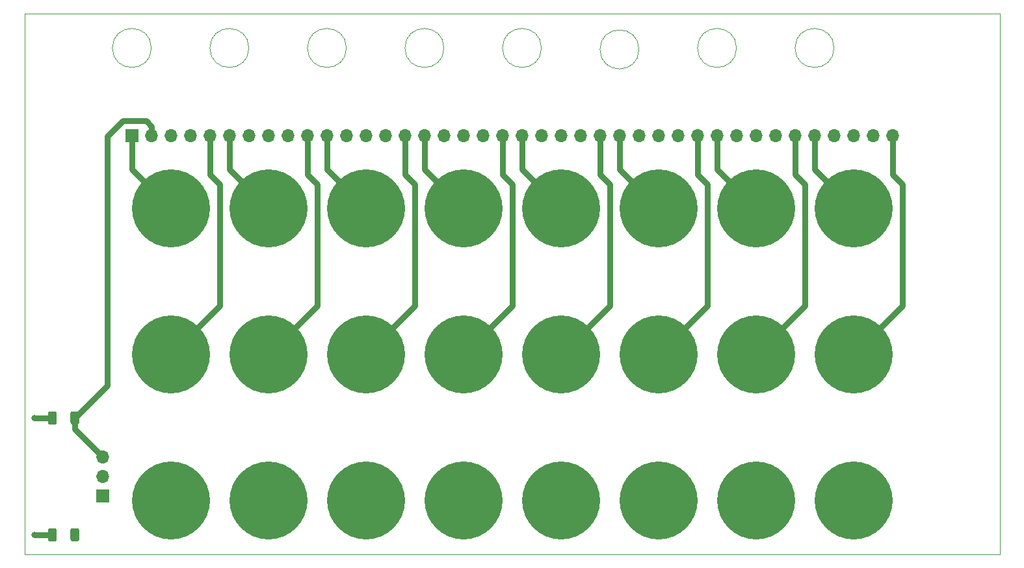
<source format=gbr>
G04 #@! TF.GenerationSoftware,KiCad,Pcbnew,5.1.8+dfsg1-1+b1*
G04 #@! TF.CreationDate,2021-07-07T17:01:25-05:00*
G04 #@! TF.ProjectId,front-panel,66726f6e-742d-4706-916e-656c2e6b6963,B*
G04 #@! TF.SameCoordinates,Original*
G04 #@! TF.FileFunction,Copper,L2,Bot*
G04 #@! TF.FilePolarity,Positive*
%FSLAX46Y46*%
G04 Gerber Fmt 4.6, Leading zero omitted, Abs format (unit mm)*
G04 Created by KiCad (PCBNEW 5.1.8+dfsg1-1+b1) date 2021-07-07 17:01:25*
%MOMM*%
%LPD*%
G01*
G04 APERTURE LIST*
G04 #@! TA.AperFunction,Profile*
%ADD10C,0.050000*%
G04 #@! TD*
G04 #@! TA.AperFunction,ComponentPad*
%ADD11O,1.700000X1.700000*%
G04 #@! TD*
G04 #@! TA.AperFunction,ComponentPad*
%ADD12R,1.700000X1.700000*%
G04 #@! TD*
G04 #@! TA.AperFunction,ComponentPad*
%ADD13C,10.160000*%
G04 #@! TD*
G04 #@! TA.AperFunction,ViaPad*
%ADD14C,0.800000*%
G04 #@! TD*
G04 #@! TA.AperFunction,Conductor*
%ADD15C,0.762000*%
G04 #@! TD*
G04 APERTURE END LIST*
D10*
X177800000Y-60325000D02*
X177800000Y-130810000D01*
X50800000Y-60325000D02*
X50800000Y-130810000D01*
X50800000Y-130810000D02*
X177800000Y-130810000D01*
X92710000Y-64770000D02*
G75*
G03*
X92710000Y-64770000I-2540000J0D01*
G01*
X156210000Y-64770000D02*
G75*
G03*
X156210000Y-64770000I-2540000J0D01*
G01*
X143510000Y-64770000D02*
G75*
G03*
X143510000Y-64770000I-2540000J0D01*
G01*
X130810000Y-64960500D02*
G75*
G03*
X130810000Y-64960500I-2540000J0D01*
G01*
X118110000Y-64770000D02*
G75*
G03*
X118110000Y-64770000I-2540000J0D01*
G01*
X105410000Y-64770000D02*
G75*
G03*
X105410000Y-64770000I-2540000J0D01*
G01*
X80010000Y-64770000D02*
G75*
G03*
X80010000Y-64770000I-2540000J0D01*
G01*
X67310000Y-64770000D02*
G75*
G03*
X67310000Y-64770000I-2540000J0D01*
G01*
X177800000Y-60325000D02*
X50800000Y-60325000D01*
D11*
X60960000Y-118110000D03*
X60960000Y-120650000D03*
D12*
X60960000Y-123190000D03*
G04 #@! TA.AperFunction,SMDPad,CuDef*
G36*
G01*
X54980000Y-127644997D02*
X54980000Y-128895003D01*
G75*
G02*
X54730003Y-129145000I-249997J0D01*
G01*
X54104997Y-129145000D01*
G75*
G02*
X53855000Y-128895003I0J249997D01*
G01*
X53855000Y-127644997D01*
G75*
G02*
X54104997Y-127395000I249997J0D01*
G01*
X54730003Y-127395000D01*
G75*
G02*
X54980000Y-127644997I0J-249997D01*
G01*
G37*
G04 #@! TD.AperFunction*
G04 #@! TA.AperFunction,SMDPad,CuDef*
G36*
G01*
X57905000Y-127644997D02*
X57905000Y-128895003D01*
G75*
G02*
X57655003Y-129145000I-249997J0D01*
G01*
X57029997Y-129145000D01*
G75*
G02*
X56780000Y-128895003I0J249997D01*
G01*
X56780000Y-127644997D01*
G75*
G02*
X57029997Y-127395000I249997J0D01*
G01*
X57655003Y-127395000D01*
G75*
G02*
X57905000Y-127644997I0J-249997D01*
G01*
G37*
G04 #@! TD.AperFunction*
G04 #@! TA.AperFunction,SMDPad,CuDef*
G36*
G01*
X54980000Y-112404997D02*
X54980000Y-113655003D01*
G75*
G02*
X54730003Y-113905000I-249997J0D01*
G01*
X54104997Y-113905000D01*
G75*
G02*
X53855000Y-113655003I0J249997D01*
G01*
X53855000Y-112404997D01*
G75*
G02*
X54104997Y-112155000I249997J0D01*
G01*
X54730003Y-112155000D01*
G75*
G02*
X54980000Y-112404997I0J-249997D01*
G01*
G37*
G04 #@! TD.AperFunction*
G04 #@! TA.AperFunction,SMDPad,CuDef*
G36*
G01*
X57905000Y-112404997D02*
X57905000Y-113655003D01*
G75*
G02*
X57655003Y-113905000I-249997J0D01*
G01*
X57029997Y-113905000D01*
G75*
G02*
X56780000Y-113655003I0J249997D01*
G01*
X56780000Y-112404997D01*
G75*
G02*
X57029997Y-112155000I249997J0D01*
G01*
X57655003Y-112155000D01*
G75*
G02*
X57905000Y-112404997I0J-249997D01*
G01*
G37*
G04 #@! TD.AperFunction*
D13*
X158750000Y-123825000D03*
X146050000Y-123825000D03*
X133350000Y-123825000D03*
X120650000Y-123825000D03*
X107950000Y-123825000D03*
X95250000Y-123825000D03*
X82550000Y-123825000D03*
X69850000Y-123825000D03*
X133350000Y-104775000D03*
X158750000Y-85725000D03*
X133350000Y-85725000D03*
X107950000Y-85725000D03*
X82550000Y-85725000D03*
X146050000Y-85725000D03*
X120650000Y-85725000D03*
X95250000Y-85725000D03*
X69850000Y-85725000D03*
X158750000Y-104775000D03*
X107950000Y-104775000D03*
X82550000Y-104775000D03*
X146050000Y-104775000D03*
X120650000Y-104775000D03*
X95250000Y-104775000D03*
X69850000Y-104775000D03*
D11*
X163830000Y-76200000D03*
X161290000Y-76200000D03*
X158750000Y-76200000D03*
X156210000Y-76200000D03*
X153670000Y-76200000D03*
X151130000Y-76200000D03*
X148590000Y-76200000D03*
X146050000Y-76200000D03*
X143510000Y-76200000D03*
X140970000Y-76200000D03*
X138430000Y-76200000D03*
X135890000Y-76200000D03*
X133350000Y-76200000D03*
X130810000Y-76200000D03*
X128270000Y-76200000D03*
X125730000Y-76200000D03*
X123190000Y-76200000D03*
X120650000Y-76200000D03*
X118110000Y-76200000D03*
X115570000Y-76200000D03*
X113030000Y-76200000D03*
X110490000Y-76200000D03*
X107950000Y-76200000D03*
X105410000Y-76200000D03*
X102870000Y-76200000D03*
X100330000Y-76200000D03*
X97790000Y-76200000D03*
X95250000Y-76200000D03*
X92710000Y-76200000D03*
X90170000Y-76200000D03*
X87630000Y-76200000D03*
X85090000Y-76200000D03*
X82550000Y-76200000D03*
X80010000Y-76200000D03*
X77470000Y-76200000D03*
X74930000Y-76200000D03*
X72390000Y-76200000D03*
X69850000Y-76200000D03*
X67310000Y-76200000D03*
D12*
X64770000Y-76200000D03*
D14*
X52070000Y-113030000D03*
X52070000Y-128270000D03*
D15*
X163830000Y-76200000D02*
X163830000Y-81280000D01*
X163830000Y-81280000D02*
X165100000Y-82550000D01*
X165100000Y-98425000D02*
X158750000Y-104775000D01*
X165100000Y-98425000D02*
X165100000Y-82550000D01*
X57342500Y-114492500D02*
X60960000Y-118110000D01*
X57342500Y-113030000D02*
X57342500Y-114492500D01*
X57342500Y-113030000D02*
X61595000Y-108777500D01*
X61595000Y-76303398D02*
X63603398Y-74295000D01*
X61595000Y-108777500D02*
X61595000Y-76303398D01*
X67310000Y-74997919D02*
X67310000Y-76200000D01*
X66607081Y-74295000D02*
X67310000Y-74997919D01*
X63603398Y-74295000D02*
X66607081Y-74295000D01*
X153670001Y-80645001D02*
X158750000Y-85725000D01*
X153670000Y-76200000D02*
X153670001Y-80645001D01*
X152400000Y-98425000D02*
X146050000Y-104775000D01*
X151130000Y-76200000D02*
X151130000Y-81280000D01*
X151130000Y-81280000D02*
X152400000Y-82550000D01*
X152400000Y-82550000D02*
X152400000Y-98425000D01*
X140970001Y-80645001D02*
X146050000Y-85725000D01*
X140970000Y-76200000D02*
X140970001Y-80645001D01*
X128270001Y-80645001D02*
X133350000Y-85725000D01*
X128270000Y-76200000D02*
X128270001Y-80645001D01*
X127000000Y-98425000D02*
X120650000Y-104775000D01*
X125730000Y-76200000D02*
X125730000Y-81280000D01*
X125730000Y-81280000D02*
X127000000Y-82550000D01*
X127000000Y-82550000D02*
X127000000Y-98425000D01*
X115570001Y-80645001D02*
X120650000Y-85725000D01*
X115570001Y-76199999D02*
X115570001Y-80645001D01*
X115570000Y-76200000D02*
X115570001Y-76199999D01*
X114300000Y-98425000D02*
X107950000Y-104775000D01*
X113030000Y-76200000D02*
X113030000Y-81280000D01*
X113030000Y-81280000D02*
X114300000Y-82550000D01*
X114300000Y-82550000D02*
X114300000Y-98425000D01*
X102870001Y-80645001D02*
X107950000Y-85725000D01*
X102870000Y-76200000D02*
X102870001Y-80645001D01*
X101600000Y-98425000D02*
X95250000Y-104775000D01*
X100330000Y-76200000D02*
X100330000Y-81280000D01*
X100330000Y-81280000D02*
X101600000Y-82550000D01*
X101600000Y-82550000D02*
X101600000Y-98425000D01*
X90170001Y-80645001D02*
X95250000Y-85725000D01*
X90170000Y-76200000D02*
X90170001Y-80645001D01*
X88900000Y-98425000D02*
X82550000Y-104775000D01*
X87630000Y-76200000D02*
X87630000Y-81280000D01*
X87630000Y-81280000D02*
X88900000Y-82550000D01*
X88900000Y-82550000D02*
X88900000Y-98425000D01*
X77470001Y-80645001D02*
X82550000Y-85725000D01*
X77470000Y-76200000D02*
X77470001Y-80645001D01*
X76200000Y-98425000D02*
X69850000Y-104775000D01*
X74930000Y-76200000D02*
X74930000Y-81280000D01*
X74930000Y-81280000D02*
X76200000Y-82550000D01*
X76200000Y-82550000D02*
X76200000Y-98425000D01*
X64770001Y-80645001D02*
X69850000Y-85725000D01*
X64770000Y-76200000D02*
X64770001Y-80645001D01*
X133350000Y-104775000D02*
X139700000Y-98425000D01*
X138430000Y-76200000D02*
X138430000Y-81280000D01*
X138430000Y-81280000D02*
X139700000Y-82550000D01*
X139700000Y-82550000D02*
X139700000Y-98425000D01*
X54417500Y-113030000D02*
X52070000Y-113030000D01*
X52070000Y-128270000D02*
X54417500Y-128270000D01*
M02*

</source>
